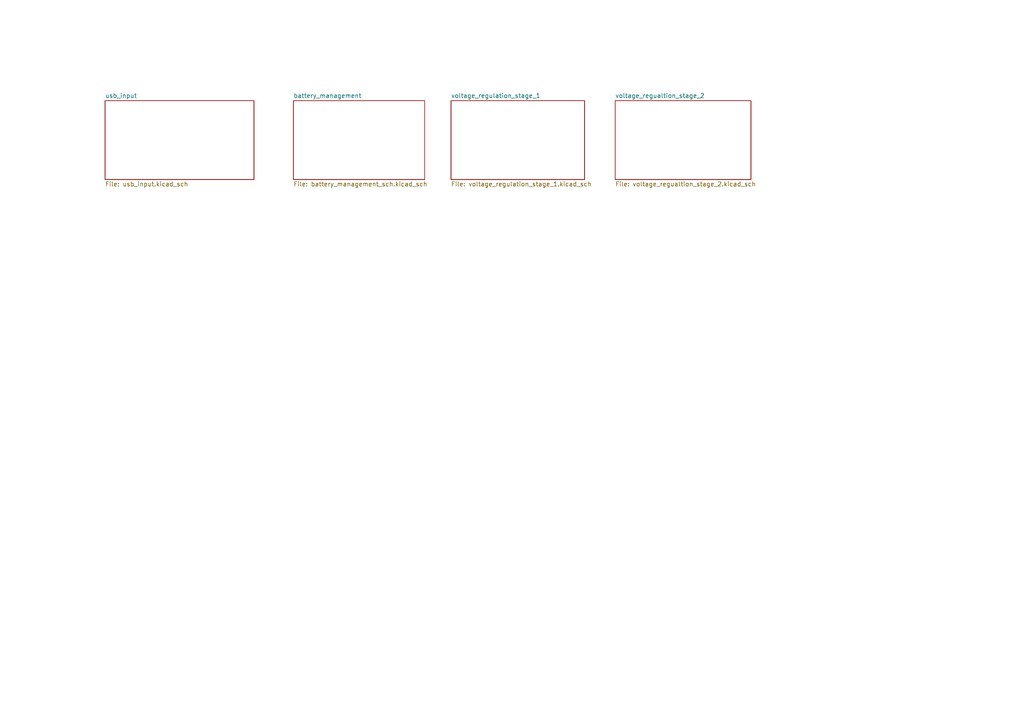
<source format=kicad_sch>
(kicad_sch (version 20230121) (generator eeschema)
  (paper "A4")
  (lib_symbols)
  (sheet (at 178.435 29.21) (size 39.37 22.86) (stroke (width 0.1524))
    (property "Sheetname" "voltage_regualtion_stage_2" (at 178.435 28.4984 0) (effects (justify left bottom)))
    (property "Sheetfile" "voltage_regualtion_stage_2.kicad_sch" (at 178.435 52.6546 0) (effects (justify left top)))
  )
  (sheet (at 30.48 29.21) (size 43.18 22.86) (stroke (width 0.1524))
    (property "Sheetname" "usb_input" (at 30.48 28.4984 0) (effects (justify left bottom)))
    (property "Sheetfile" "usb_input.kicad_sch" (at 30.48 52.6546 0) (effects (justify left top)))
  )
  (sheet (at 85.09 29.21) (size 38.1 22.86) (stroke (width 0.1524))
    (property "Sheetname" "battery_management" (at 85.09 28.4984 0) (effects (justify left bottom)))
    (property "Sheetfile" "battery_management_sch.kicad_sch" (at 85.09 52.6546 0) (effects (justify left top)))
  )
  (sheet (at 130.81 29.21) (size 38.735 22.86) (stroke (width 0.1524))
    (property "Sheetname" "voltage_regulation_stage_1" (at 130.81 28.4984 0) (effects (justify left bottom)))
    (property "Sheetfile" "voltage_regulation_stage_1.kicad_sch" (at 130.81 52.6546 0) (effects (justify left top)))
  )
)
</source>
